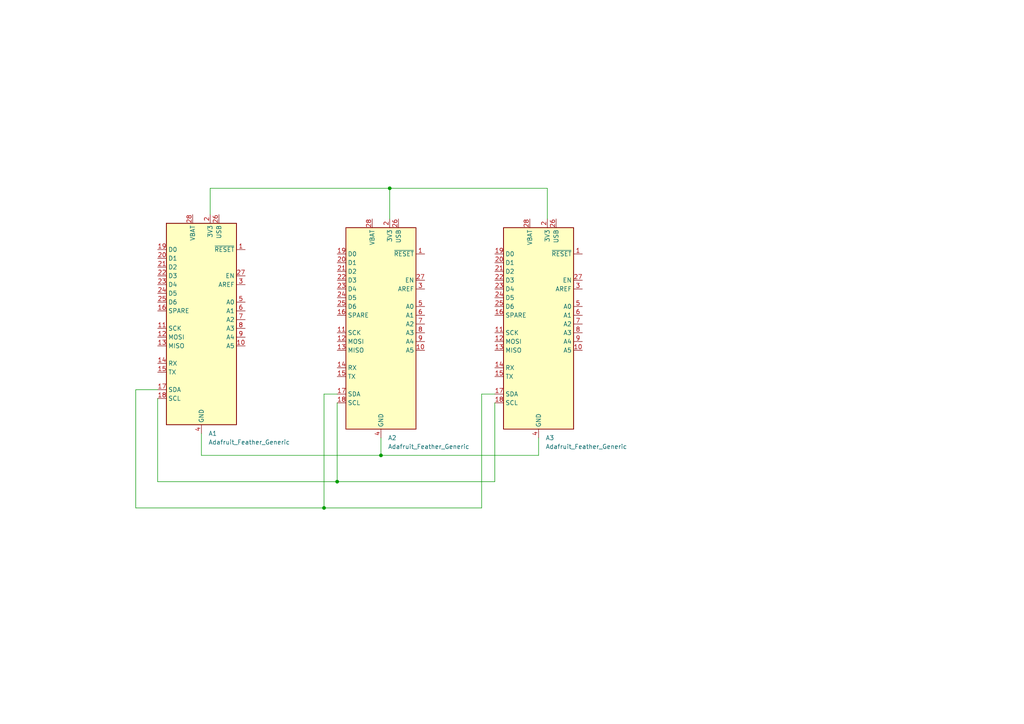
<source format=kicad_sch>
(kicad_sch (version 20211123) (generator eeschema)
  (paper "A4")
  (lib_symbols
    (symbol "MCU_Module:Adafruit_Feather_Generic"
      (property "Reference" "A" (at -10.16 29.21 0))
      (property "Value" "Adafruit_Feather_Generic" (at 2.54 -31.75 0))
      (symbol "Adafruit_Feather_Generic_0_1"
        (rectangle (start -10.16 27.94) (end 10.16 -30.48) (stroke (width 0.254)) (fill (type background)))
      )
      (symbol "Adafruit_Feather_Generic_1_1"
        (pin input line (at 12.7 20.32 180) (length 2.54) (name "~{RESET}") (number "1"))
        (pin bidirectional line (at 12.7 -7.62 180) (length 2.54) (name "A5") (number "10"))
        (pin bidirectional line (at -12.7 -2.54 0) (length 2.54) (name "SCK") (number "11"))
        (pin bidirectional line (at -12.7 -5.08 0) (length 2.54) (name "MOSI") (number "12"))
        (pin bidirectional line (at -12.7 -7.62 0) (length 2.54) (name "MISO") (number "13"))
        (pin bidirectional line (at -12.7 -12.7 0) (length 2.54) (name "RX") (number "14"))
        (pin bidirectional line (at -12.7 -15.24 0) (length 2.54) (name "TX") (number "15"))
        (pin bidirectional line (at -12.7 2.54 0) (length 2.54) (name "SPARE") (number "16"))
        (pin bidirectional line (at -12.7 -20.32 0) (length 2.54) (name "SDA") (number "17"))
        (pin bidirectional line (at -12.7 -22.86 0) (length 2.54) (name "SCL") (number "18"))
        (pin bidirectional line (at -12.7 20.32 0) (length 2.54) (name "D0") (number "19"))
        (pin power_in line (at 2.54 30.48 270) (length 2.54) (name "3V3") (number "2"))
        (pin bidirectional line (at -12.7 17.78 0) (length 2.54) (name "D1") (number "20"))
        (pin bidirectional line (at -12.7 15.24 0) (length 2.54) (name "D2") (number "21"))
        (pin bidirectional line (at -12.7 12.7 0) (length 2.54) (name "D3") (number "22"))
        (pin bidirectional line (at -12.7 10.16 0) (length 2.54) (name "D4") (number "23"))
        (pin bidirectional line (at -12.7 7.62 0) (length 2.54) (name "D5") (number "24"))
        (pin bidirectional line (at -12.7 5.08 0) (length 2.54) (name "D6") (number "25"))
        (pin power_in line (at 5.08 30.48 270) (length 2.54) (name "USB") (number "26"))
        (pin input line (at 12.7 12.7 180) (length 2.54) (name "EN") (number "27"))
        (pin power_in line (at -2.54 30.48 270) (length 2.54) (name "VBAT") (number "28"))
        (pin input line (at 12.7 10.16 180) (length 2.54) (name "AREF") (number "3"))
        (pin power_in line (at 0 -33.02 90) (length 2.54) (name "GND") (number "4"))
        (pin bidirectional line (at 12.7 5.08 180) (length 2.54) (name "A0") (number "5"))
        (pin bidirectional line (at 12.7 2.54 180) (length 2.54) (name "A1") (number "6"))
        (pin bidirectional line (at 12.7 0 180) (length 2.54) (name "A2") (number "7"))
        (pin bidirectional line (at 12.7 -2.54 180) (length 2.54) (name "A3") (number "8"))
        (pin bidirectional line (at 12.7 -5.08 180) (length 2.54) (name "A4") (number "9"))
      )
    )
  )
  (junction (at 110.49 132.08))
  (junction (at 113.03 54.61))
  (junction (at 97.79 139.7))
  (junction (at 93.98 147.32))
  (wire (pts (xy 60.96 54.61) (xy 113.03 54.61)))
  (wire (pts (xy 110.49 127) (xy 110.49 132.08)))
  (wire (pts (xy 97.79 114.3) (xy 93.98 114.3)))
  (wire (pts (xy 158.75 54.61) (xy 158.75 63.5)))
  (wire (pts (xy 39.37 113.03) (xy 39.37 147.32)))
  (wire (pts (xy 97.79 116.84) (xy 97.79 139.7)))
  (wire (pts (xy 143.51 116.84) (xy 143.51 139.7)))
  (wire (pts (xy 58.42 125.73) (xy 58.42 132.08)))
  (wire (pts (xy 113.03 54.61) (xy 113.03 63.5)))
  (wire (pts (xy 93.98 147.32) (xy 139.7 147.32)))
  (wire (pts (xy 93.98 114.3) (xy 93.98 147.32)))
  (wire (pts (xy 139.7 147.32) (xy 139.7 114.3)))
  (wire (pts (xy 110.49 132.08) (xy 156.21 132.08)))
  (wire (pts (xy 156.21 132.08) (xy 156.21 127)))
  (wire (pts (xy 60.96 62.23) (xy 60.96 54.61)))
  (wire (pts (xy 139.7 114.3) (xy 143.51 114.3)))
  (wire (pts (xy 45.72 115.57) (xy 45.72 139.7)))
  (wire (pts (xy 58.42 132.08) (xy 110.49 132.08)))
  (wire (pts (xy 113.03 54.61) (xy 158.75 54.61)))
  (wire (pts (xy 45.72 139.7) (xy 97.79 139.7)))
  (wire (pts (xy 45.72 113.03) (xy 39.37 113.03)))
  (wire (pts (xy 39.37 147.32) (xy 93.98 147.32)))
  (wire (pts (xy 97.79 139.7) (xy 143.51 139.7)))
  (symbol (lib_id "MCU_Module:Adafruit_Feather_Generic") (at 58.42 92.71 0) (unit 1)
    (property "Reference" "A1" (at 60.4394 125.73 0) (effects (justify left)))
    (property "Value" "Adafruit_Feather_Generic" (at 60.4394 128.27 0) (effects (justify left)))
    (property "Footprint" "Module:Adafruit_Feather" (effects hide))
    (property "Datasheet" "https://cdn-learn.adafruit.com/downloads/pdf/adafruit-feather.pdf" (effects hide))
  )
  (symbol (lib_id "MCU_Module:Adafruit_Feather_Generic") (at 110.49 93.98 0) (unit 1)
    (property "Reference" "A2" (at 112.5094 127 0) (effects (justify left)))
    (property "Value" "Adafruit_Feather_Generic" (at 112.5094 129.54 0) (effects (justify left)))
    (property "Footprint" "Module:Adafruit_Feather" (effects hide))
    (property "Datasheet" "https://cdn-learn.adafruit.com/downloads/pdf/adafruit-feather.pdf" (effects hide))
  )
  (symbol (lib_id "MCU_Module:Adafruit_Feather_Generic") (at 156.21 93.98 0) (unit 1)
    (property "Reference" "A3" (at 158.2294 127 0) (effects (justify left)))
    (property "Value" "Adafruit_Feather_Generic" (at 158.2294 129.54 0) (effects (justify left)))
    (property "Footprint" "Module:Adafruit_Feather" (effects hide))
    (property "Datasheet" "https://cdn-learn.adafruit.com/downloads/pdf/adafruit-feather.pdf" (effects hide))
  )
)
</source>
